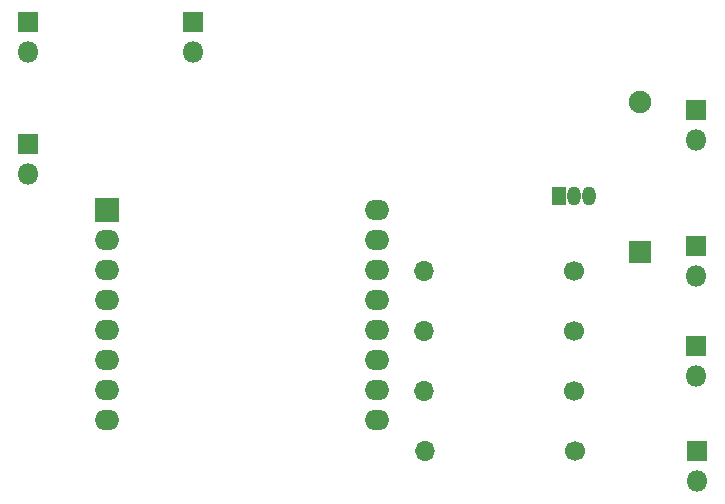
<source format=gbr>
%TF.GenerationSoftware,KiCad,Pcbnew,5.1.6-c6e7f7d~87~ubuntu19.10.1*%
%TF.CreationDate,2021-05-11T16:11:10+01:00*%
%TF.ProjectId,Auto Pump,4175746f-2050-4756-9d70-2e6b69636164,rev?*%
%TF.SameCoordinates,Original*%
%TF.FileFunction,Soldermask,Bot*%
%TF.FilePolarity,Negative*%
%FSLAX46Y46*%
G04 Gerber Fmt 4.6, Leading zero omitted, Abs format (unit mm)*
G04 Created by KiCad (PCBNEW 5.1.6-c6e7f7d~87~ubuntu19.10.1) date 2021-05-11 16:11:10*
%MOMM*%
%LPD*%
G01*
G04 APERTURE LIST*
%ADD10R,1.900000X1.900000*%
%ADD11O,1.900000X1.900000*%
%ADD12R,1.800000X1.800000*%
%ADD13O,1.800000X1.800000*%
%ADD14O,1.150000X1.600000*%
%ADD15R,1.150000X1.600000*%
%ADD16C,1.700000*%
%ADD17O,1.700000X1.700000*%
%ADD18O,2.100000X1.700000*%
%ADD19R,2.100000X2.100000*%
G04 APERTURE END LIST*
D10*
%TO.C,D1*%
X158218000Y-111098000D03*
D11*
X158218000Y-98398000D03*
%TD*%
D12*
%TO.C,J1*%
X120396000Y-91694000D03*
D13*
X120396000Y-94234000D03*
%TD*%
%TO.C,J2*%
X106426000Y-104564000D03*
D12*
X106426000Y-102024000D03*
%TD*%
%TO.C,J3*%
X162968000Y-110598000D03*
D13*
X162968000Y-113138000D03*
%TD*%
%TO.C,J4*%
X162968000Y-121638000D03*
D12*
X162968000Y-119098000D03*
%TD*%
%TO.C,J5*%
X163068000Y-128016000D03*
D13*
X163068000Y-130556000D03*
%TD*%
%TO.C,J6*%
X162968000Y-101638000D03*
D12*
X162968000Y-99098000D03*
%TD*%
%TO.C,J7*%
X106426000Y-91694000D03*
D13*
X106426000Y-94234000D03*
%TD*%
D14*
%TO.C,Q1*%
X152654000Y-106426000D03*
X153924000Y-106426000D03*
D15*
X151384000Y-106426000D03*
%TD*%
D16*
%TO.C,R1*%
X152654000Y-117856000D03*
D17*
X139954000Y-117856000D03*
%TD*%
%TO.C,R2*%
X139954000Y-122936000D03*
D16*
X152654000Y-122936000D03*
%TD*%
%TO.C,R3*%
X152734000Y-128016000D03*
D17*
X140034000Y-128016000D03*
%TD*%
%TO.C,R4*%
X139954000Y-112776000D03*
D16*
X152654000Y-112776000D03*
%TD*%
D18*
%TO.C,U1*%
X113105001Y-110085001D03*
D19*
X113105001Y-107545001D03*
D18*
X113105001Y-112625001D03*
X113105001Y-115165001D03*
X113105001Y-117705001D03*
X113105001Y-120245001D03*
X113105001Y-122785001D03*
X113105001Y-125325001D03*
X135965001Y-125325001D03*
X135965001Y-122785001D03*
X135965001Y-120245001D03*
X135965001Y-117705001D03*
X135965001Y-115165001D03*
X135965001Y-112625001D03*
X135965001Y-110085001D03*
X135965001Y-107545001D03*
%TD*%
M02*

</source>
